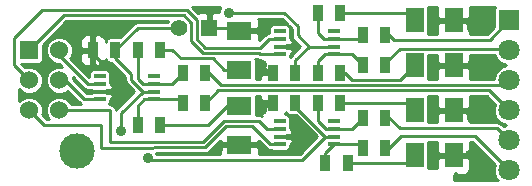
<source format=gtl>
G04 (created by PCBNEW (2013-07-07 BZR 4022)-stable) date 27/01/2014 14:30:20*
%MOIN*%
G04 Gerber Fmt 3.4, Leading zero omitted, Abs format*
%FSLAX34Y34*%
G01*
G70*
G90*
G04 APERTURE LIST*
%ADD10C,0.00590551*%
%ADD11R,0.08X0.06*%
%ADD12R,0.06X0.08*%
%ADD13R,0.035X0.055*%
%ADD14R,0.0708661X0.0708661*%
%ADD15C,0.0708661*%
%ADD16R,0.055X0.055*%
%ADD17C,0.055*%
%ADD18R,0.06X0.06*%
%ADD19C,0.06*%
%ADD20R,0.0402X0.0161*%
%ADD21C,0.11811*%
%ADD22C,0.035*%
%ADD23C,0.01*%
G04 APERTURE END LIST*
G54D10*
G54D11*
X77000Y-62850D03*
X77000Y-64150D03*
G54D12*
X82850Y-63000D03*
X84150Y-63000D03*
X82850Y-61500D03*
X84150Y-61500D03*
X82850Y-60000D03*
X84150Y-60000D03*
X82850Y-64500D03*
X84150Y-64500D03*
G54D11*
X77000Y-61650D03*
X77000Y-60350D03*
G54D13*
X74375Y-63500D03*
X73625Y-63500D03*
X75875Y-62750D03*
X75125Y-62750D03*
X80375Y-62750D03*
X79625Y-62750D03*
X80375Y-61750D03*
X79625Y-61750D03*
X81875Y-61500D03*
X81125Y-61500D03*
X78125Y-62750D03*
X78875Y-62750D03*
X81875Y-60500D03*
X81125Y-60500D03*
X80375Y-59750D03*
X79625Y-59750D03*
X75875Y-61750D03*
X75125Y-61750D03*
X74375Y-61000D03*
X73625Y-61000D03*
X78125Y-61750D03*
X78875Y-61750D03*
X81875Y-63250D03*
X81125Y-63250D03*
X72125Y-61000D03*
X72875Y-61000D03*
X81875Y-64250D03*
X81125Y-64250D03*
X80625Y-64750D03*
X79875Y-64750D03*
G54D14*
X86000Y-60000D03*
G54D15*
X86000Y-61000D03*
X86000Y-62000D03*
X86000Y-63000D03*
X86000Y-64000D03*
X86000Y-65000D03*
G54D16*
X76000Y-60250D03*
G54D17*
X75000Y-60250D03*
G54D18*
X70000Y-61000D03*
G54D19*
X71000Y-61000D03*
X70000Y-62000D03*
X71000Y-62000D03*
X70000Y-63000D03*
X71000Y-63000D03*
G54D20*
X78344Y-63366D03*
X78344Y-63622D03*
X78344Y-63878D03*
X78344Y-64134D03*
X80156Y-64134D03*
X80156Y-63878D03*
X80156Y-63622D03*
X80156Y-63366D03*
X72344Y-61866D03*
X72344Y-62122D03*
X72344Y-62378D03*
X72344Y-62634D03*
X74156Y-62634D03*
X74156Y-62378D03*
X74156Y-62122D03*
X74156Y-61866D03*
X78344Y-60366D03*
X78344Y-60622D03*
X78344Y-60878D03*
X78344Y-61134D03*
X80156Y-61134D03*
X80156Y-60878D03*
X80156Y-60622D03*
X80156Y-60366D03*
G54D21*
X71600Y-64350D03*
G54D22*
X73950Y-64600D03*
X73050Y-63700D03*
X76650Y-59750D03*
X72500Y-61500D03*
X77750Y-63000D03*
X77750Y-61500D03*
X84750Y-63250D03*
X84750Y-60250D03*
X84700Y-64500D03*
X84750Y-61500D03*
X78850Y-60900D03*
X78850Y-63850D03*
X72850Y-62400D03*
X76300Y-64300D03*
G54D23*
X81875Y-60500D02*
X82000Y-60500D01*
X85350Y-60650D02*
X86000Y-60000D01*
X82150Y-60650D02*
X85350Y-60650D01*
X82000Y-60500D02*
X82150Y-60650D01*
X81875Y-61500D02*
X81875Y-61425D01*
X85950Y-60950D02*
X86000Y-61000D01*
X82350Y-60950D02*
X85950Y-60950D01*
X81875Y-61425D02*
X82350Y-60950D01*
X75875Y-61750D02*
X76000Y-61750D01*
X85840Y-62160D02*
X86000Y-62000D01*
X76410Y-62160D02*
X85840Y-62160D01*
X76000Y-61750D02*
X76410Y-62160D01*
X75875Y-62750D02*
X75900Y-62750D01*
X85340Y-62340D02*
X86000Y-63000D01*
X76309Y-62340D02*
X85340Y-62340D01*
X75900Y-62750D02*
X76309Y-62340D01*
X81875Y-63250D02*
X82000Y-63250D01*
X85600Y-63600D02*
X86000Y-64000D01*
X82350Y-63600D02*
X85600Y-63600D01*
X82000Y-63250D02*
X82350Y-63600D01*
X81875Y-64250D02*
X82000Y-64250D01*
X84850Y-63850D02*
X86000Y-65000D01*
X82400Y-63850D02*
X84850Y-63850D01*
X82000Y-64250D02*
X82400Y-63850D01*
X78344Y-61134D02*
X77709Y-61134D01*
X71160Y-59840D02*
X70000Y-61000D01*
X75170Y-59840D02*
X71160Y-59840D01*
X75410Y-60080D02*
X75170Y-59840D01*
X75410Y-60710D02*
X75410Y-60080D01*
X75794Y-61094D02*
X75410Y-60710D01*
X77670Y-61094D02*
X75794Y-61094D01*
X77709Y-61134D02*
X77670Y-61094D01*
X72344Y-62122D02*
X71947Y-62122D01*
X71000Y-61175D02*
X71000Y-61000D01*
X71947Y-62122D02*
X71000Y-61175D01*
X78344Y-60622D02*
X77988Y-60622D01*
X69500Y-61500D02*
X70000Y-62000D01*
X69500Y-60600D02*
X69500Y-61500D01*
X70440Y-59659D02*
X69500Y-60600D01*
X75244Y-59659D02*
X70440Y-59659D01*
X75590Y-60005D02*
X75244Y-59659D01*
X75590Y-60635D02*
X75590Y-60005D01*
X75869Y-60914D02*
X75590Y-60635D01*
X77695Y-60914D02*
X75869Y-60914D01*
X77988Y-60622D02*
X77695Y-60914D01*
X72344Y-62634D02*
X71834Y-62634D01*
X71200Y-62000D02*
X71000Y-62000D01*
X71834Y-62634D02*
X71200Y-62000D01*
X78344Y-64134D02*
X78034Y-64134D01*
X72400Y-64250D02*
X72400Y-63500D01*
X72400Y-63500D02*
X70500Y-63500D01*
X70500Y-63500D02*
X70000Y-63000D01*
X75874Y-64230D02*
X72400Y-64250D01*
X76574Y-63530D02*
X75874Y-64230D01*
X77430Y-63530D02*
X76574Y-63530D01*
X78034Y-64134D02*
X77430Y-63530D01*
X78344Y-63622D02*
X77922Y-63622D01*
X72700Y-64050D02*
X72700Y-63000D01*
X72700Y-63000D02*
X71000Y-63000D01*
X75800Y-64050D02*
X72700Y-64050D01*
X76500Y-63350D02*
X75800Y-64050D01*
X77650Y-63350D02*
X76500Y-63350D01*
X77922Y-63622D02*
X77650Y-63350D01*
X74156Y-62378D02*
X73778Y-62378D01*
X73778Y-62378D02*
X73050Y-63106D01*
X79100Y-64650D02*
X79872Y-63878D01*
X74000Y-64650D02*
X79100Y-64650D01*
X73950Y-64600D02*
X74000Y-64650D01*
X73050Y-63106D02*
X73050Y-63700D01*
X79872Y-63878D02*
X80156Y-63878D01*
X80156Y-60878D02*
X79322Y-60878D01*
X79322Y-60878D02*
X78950Y-60506D01*
X78500Y-59750D02*
X76650Y-59750D01*
X78950Y-60200D02*
X78500Y-59750D01*
X78950Y-60506D02*
X78950Y-60200D01*
X78875Y-61750D02*
X78875Y-61325D01*
X78875Y-61325D02*
X79322Y-60878D01*
X80156Y-63878D02*
X79872Y-63878D01*
X79872Y-63878D02*
X78875Y-62881D01*
X78875Y-62881D02*
X78875Y-62750D01*
X72875Y-61000D02*
X72875Y-61275D01*
X73400Y-62000D02*
X73778Y-62378D01*
X73400Y-61800D02*
X73400Y-62000D01*
X72875Y-61275D02*
X73400Y-61800D01*
X75000Y-60250D02*
X73625Y-60250D01*
X73625Y-60250D02*
X72875Y-61000D01*
X72125Y-61000D02*
X72125Y-61125D01*
X72125Y-61125D02*
X72500Y-61500D01*
X78125Y-62750D02*
X78000Y-62750D01*
X78000Y-62750D02*
X77750Y-63000D01*
X78125Y-61750D02*
X78000Y-61750D01*
X78000Y-61750D02*
X77750Y-61500D01*
X84150Y-63000D02*
X84500Y-63000D01*
X84500Y-63000D02*
X84750Y-63250D01*
X84150Y-60000D02*
X84500Y-60000D01*
X84500Y-60000D02*
X84750Y-60250D01*
X76000Y-60250D02*
X76900Y-60250D01*
X76900Y-60250D02*
X77000Y-60350D01*
X84150Y-64500D02*
X84700Y-64500D01*
X84150Y-61500D02*
X84750Y-61500D01*
X78344Y-60878D02*
X78828Y-60878D01*
X78828Y-60878D02*
X78850Y-60900D01*
X78344Y-63878D02*
X78822Y-63878D01*
X78822Y-63878D02*
X78850Y-63850D01*
X72344Y-62378D02*
X72828Y-62378D01*
X72828Y-62378D02*
X72850Y-62400D01*
X77000Y-64150D02*
X76450Y-64150D01*
X76450Y-64150D02*
X76300Y-64300D01*
X80156Y-61134D02*
X80759Y-61134D01*
X80759Y-61134D02*
X81125Y-61500D01*
X80156Y-61134D02*
X79866Y-61134D01*
X79625Y-61375D02*
X79625Y-61750D01*
X79866Y-61134D02*
X79625Y-61375D01*
X74156Y-62634D02*
X73841Y-62634D01*
X73625Y-62850D02*
X73625Y-63500D01*
X73841Y-62634D02*
X73625Y-62850D01*
X74156Y-62634D02*
X75009Y-62634D01*
X75009Y-62634D02*
X75125Y-62750D01*
X74375Y-61000D02*
X74775Y-61000D01*
X76500Y-61650D02*
X77000Y-61650D01*
X76125Y-61275D02*
X76500Y-61650D01*
X75050Y-61275D02*
X76125Y-61275D01*
X74775Y-61000D02*
X75050Y-61275D01*
X73625Y-61000D02*
X73625Y-61950D01*
X73797Y-62122D02*
X74156Y-62122D01*
X73625Y-61950D02*
X73797Y-62122D01*
X74156Y-62122D02*
X74753Y-62122D01*
X74753Y-62122D02*
X75125Y-61750D01*
X80375Y-59750D02*
X82600Y-59750D01*
X82600Y-59750D02*
X82850Y-60000D01*
X80156Y-60622D02*
X79822Y-60622D01*
X79625Y-60425D02*
X79625Y-59750D01*
X79822Y-60622D02*
X79625Y-60425D01*
X80156Y-60622D02*
X81003Y-60622D01*
X81003Y-60622D02*
X81125Y-60500D01*
X74375Y-63500D02*
X75950Y-63500D01*
X76600Y-62850D02*
X77000Y-62850D01*
X75950Y-63500D02*
X76600Y-62850D01*
X80625Y-64750D02*
X82600Y-64750D01*
X82600Y-64750D02*
X82850Y-64500D01*
X80156Y-63622D02*
X80753Y-63622D01*
X80753Y-63622D02*
X81125Y-63250D01*
X80156Y-63622D02*
X79897Y-63622D01*
X79625Y-63350D02*
X79625Y-62750D01*
X79897Y-63622D02*
X79625Y-63350D01*
X80156Y-64134D02*
X81009Y-64134D01*
X81009Y-64134D02*
X81125Y-64250D01*
X79875Y-64750D02*
X79875Y-64415D01*
X79875Y-64415D02*
X80156Y-64134D01*
X80375Y-62750D02*
X82600Y-62750D01*
X82600Y-62750D02*
X82850Y-63000D01*
X80375Y-61750D02*
X80520Y-61750D01*
X82370Y-61979D02*
X82850Y-61500D01*
X80750Y-61979D02*
X82370Y-61979D01*
X80520Y-61750D02*
X80750Y-61979D01*
G54D10*
G36*
X74627Y-60040D02*
X74622Y-60050D01*
X73625Y-60050D01*
X73548Y-60065D01*
X73526Y-60079D01*
X73483Y-60108D01*
X73017Y-60574D01*
X72670Y-60574D01*
X72615Y-60597D01*
X72572Y-60639D01*
X72550Y-60695D01*
X72549Y-60724D01*
X72549Y-60675D01*
X72511Y-60583D01*
X72441Y-60512D01*
X72349Y-60474D01*
X72237Y-60475D01*
X72175Y-60537D01*
X72175Y-60950D01*
X72182Y-60950D01*
X72182Y-61050D01*
X72175Y-61050D01*
X72175Y-61462D01*
X72237Y-61525D01*
X72349Y-61525D01*
X72441Y-61487D01*
X72511Y-61416D01*
X72549Y-61324D01*
X72549Y-61304D01*
X72549Y-61304D01*
X72572Y-61359D01*
X72614Y-61402D01*
X72670Y-61424D01*
X72729Y-61425D01*
X72742Y-61425D01*
X73200Y-61882D01*
X73200Y-62000D01*
X73215Y-62076D01*
X73258Y-62141D01*
X73495Y-62377D01*
X72908Y-62964D01*
X72896Y-62982D01*
X72884Y-62923D01*
X72841Y-62858D01*
X72776Y-62815D01*
X72700Y-62800D01*
X72671Y-62800D01*
X72672Y-62799D01*
X72694Y-62744D01*
X72695Y-62684D01*
X72695Y-62662D01*
X72757Y-62599D01*
X72795Y-62508D01*
X72795Y-62480D01*
X72732Y-62418D01*
X72610Y-62418D01*
X72574Y-62403D01*
X72515Y-62403D01*
X72113Y-62403D01*
X72077Y-62418D01*
X71955Y-62418D01*
X71939Y-62434D01*
X71916Y-62434D01*
X71450Y-61967D01*
X71450Y-61910D01*
X71447Y-61905D01*
X71805Y-62263D01*
X71870Y-62306D01*
X71937Y-62320D01*
X71955Y-62337D01*
X72077Y-62337D01*
X72113Y-62352D01*
X72172Y-62352D01*
X72574Y-62352D01*
X72610Y-62337D01*
X72732Y-62337D01*
X72795Y-62275D01*
X72795Y-62247D01*
X72757Y-62156D01*
X72695Y-62093D01*
X72695Y-62011D01*
X72687Y-61994D01*
X72694Y-61976D01*
X72695Y-61916D01*
X72695Y-61755D01*
X72672Y-61700D01*
X72630Y-61658D01*
X72574Y-61635D01*
X72515Y-61635D01*
X72113Y-61635D01*
X72075Y-61651D01*
X72075Y-61462D01*
X72075Y-61050D01*
X72075Y-60950D01*
X72075Y-60537D01*
X72012Y-60475D01*
X71900Y-60474D01*
X71808Y-60512D01*
X71738Y-60583D01*
X71700Y-60675D01*
X71699Y-60774D01*
X71700Y-60887D01*
X71762Y-60950D01*
X72075Y-60950D01*
X72075Y-61050D01*
X71762Y-61050D01*
X71700Y-61112D01*
X71699Y-61225D01*
X71700Y-61324D01*
X71738Y-61416D01*
X71808Y-61487D01*
X71900Y-61525D01*
X72012Y-61525D01*
X72075Y-61462D01*
X72075Y-61651D01*
X72058Y-61658D01*
X72015Y-61700D01*
X71993Y-61755D01*
X71992Y-61815D01*
X71992Y-61885D01*
X71372Y-61264D01*
X71381Y-61255D01*
X71449Y-61089D01*
X71450Y-60910D01*
X71381Y-60745D01*
X71255Y-60618D01*
X71089Y-60550D01*
X70910Y-60549D01*
X70745Y-60618D01*
X70618Y-60744D01*
X70550Y-60910D01*
X70549Y-61089D01*
X70618Y-61254D01*
X70744Y-61381D01*
X70910Y-61449D01*
X70992Y-61449D01*
X71093Y-61551D01*
X71089Y-61550D01*
X70910Y-61549D01*
X70745Y-61618D01*
X70618Y-61744D01*
X70550Y-61910D01*
X70549Y-62089D01*
X70618Y-62254D01*
X70744Y-62381D01*
X70910Y-62449D01*
X71089Y-62450D01*
X71254Y-62381D01*
X71276Y-62359D01*
X71692Y-62775D01*
X71692Y-62775D01*
X71729Y-62800D01*
X71404Y-62800D01*
X71381Y-62745D01*
X71255Y-62618D01*
X71089Y-62550D01*
X70910Y-62549D01*
X70745Y-62618D01*
X70618Y-62744D01*
X70550Y-62910D01*
X70549Y-63089D01*
X70618Y-63254D01*
X70663Y-63300D01*
X70582Y-63300D01*
X70427Y-63144D01*
X70449Y-63089D01*
X70450Y-62910D01*
X70381Y-62745D01*
X70255Y-62618D01*
X70089Y-62550D01*
X69910Y-62549D01*
X69745Y-62618D01*
X69669Y-62693D01*
X69669Y-62306D01*
X69744Y-62381D01*
X69910Y-62449D01*
X70089Y-62450D01*
X70254Y-62381D01*
X70381Y-62255D01*
X70449Y-62089D01*
X70450Y-61910D01*
X70381Y-61745D01*
X70255Y-61618D01*
X70089Y-61550D01*
X69910Y-61549D01*
X69855Y-61572D01*
X69732Y-61450D01*
X70329Y-61450D01*
X70384Y-61427D01*
X70427Y-61385D01*
X70449Y-61329D01*
X70450Y-61270D01*
X70450Y-60832D01*
X71242Y-60040D01*
X74627Y-60040D01*
X74627Y-60040D01*
G37*
G54D23*
X74627Y-60040D02*
X74622Y-60050D01*
X73625Y-60050D01*
X73548Y-60065D01*
X73526Y-60079D01*
X73483Y-60108D01*
X73017Y-60574D01*
X72670Y-60574D01*
X72615Y-60597D01*
X72572Y-60639D01*
X72550Y-60695D01*
X72549Y-60724D01*
X72549Y-60675D01*
X72511Y-60583D01*
X72441Y-60512D01*
X72349Y-60474D01*
X72237Y-60475D01*
X72175Y-60537D01*
X72175Y-60950D01*
X72182Y-60950D01*
X72182Y-61050D01*
X72175Y-61050D01*
X72175Y-61462D01*
X72237Y-61525D01*
X72349Y-61525D01*
X72441Y-61487D01*
X72511Y-61416D01*
X72549Y-61324D01*
X72549Y-61304D01*
X72549Y-61304D01*
X72572Y-61359D01*
X72614Y-61402D01*
X72670Y-61424D01*
X72729Y-61425D01*
X72742Y-61425D01*
X73200Y-61882D01*
X73200Y-62000D01*
X73215Y-62076D01*
X73258Y-62141D01*
X73495Y-62377D01*
X72908Y-62964D01*
X72896Y-62982D01*
X72884Y-62923D01*
X72841Y-62858D01*
X72776Y-62815D01*
X72700Y-62800D01*
X72671Y-62800D01*
X72672Y-62799D01*
X72694Y-62744D01*
X72695Y-62684D01*
X72695Y-62662D01*
X72757Y-62599D01*
X72795Y-62508D01*
X72795Y-62480D01*
X72732Y-62418D01*
X72610Y-62418D01*
X72574Y-62403D01*
X72515Y-62403D01*
X72113Y-62403D01*
X72077Y-62418D01*
X71955Y-62418D01*
X71939Y-62434D01*
X71916Y-62434D01*
X71450Y-61967D01*
X71450Y-61910D01*
X71447Y-61905D01*
X71805Y-62263D01*
X71870Y-62306D01*
X71937Y-62320D01*
X71955Y-62337D01*
X72077Y-62337D01*
X72113Y-62352D01*
X72172Y-62352D01*
X72574Y-62352D01*
X72610Y-62337D01*
X72732Y-62337D01*
X72795Y-62275D01*
X72795Y-62247D01*
X72757Y-62156D01*
X72695Y-62093D01*
X72695Y-62011D01*
X72687Y-61994D01*
X72694Y-61976D01*
X72695Y-61916D01*
X72695Y-61755D01*
X72672Y-61700D01*
X72630Y-61658D01*
X72574Y-61635D01*
X72515Y-61635D01*
X72113Y-61635D01*
X72075Y-61651D01*
X72075Y-61462D01*
X72075Y-61050D01*
X72075Y-60950D01*
X72075Y-60537D01*
X72012Y-60475D01*
X71900Y-60474D01*
X71808Y-60512D01*
X71738Y-60583D01*
X71700Y-60675D01*
X71699Y-60774D01*
X71700Y-60887D01*
X71762Y-60950D01*
X72075Y-60950D01*
X72075Y-61050D01*
X71762Y-61050D01*
X71700Y-61112D01*
X71699Y-61225D01*
X71700Y-61324D01*
X71738Y-61416D01*
X71808Y-61487D01*
X71900Y-61525D01*
X72012Y-61525D01*
X72075Y-61462D01*
X72075Y-61651D01*
X72058Y-61658D01*
X72015Y-61700D01*
X71993Y-61755D01*
X71992Y-61815D01*
X71992Y-61885D01*
X71372Y-61264D01*
X71381Y-61255D01*
X71449Y-61089D01*
X71450Y-60910D01*
X71381Y-60745D01*
X71255Y-60618D01*
X71089Y-60550D01*
X70910Y-60549D01*
X70745Y-60618D01*
X70618Y-60744D01*
X70550Y-60910D01*
X70549Y-61089D01*
X70618Y-61254D01*
X70744Y-61381D01*
X70910Y-61449D01*
X70992Y-61449D01*
X71093Y-61551D01*
X71089Y-61550D01*
X70910Y-61549D01*
X70745Y-61618D01*
X70618Y-61744D01*
X70550Y-61910D01*
X70549Y-62089D01*
X70618Y-62254D01*
X70744Y-62381D01*
X70910Y-62449D01*
X71089Y-62450D01*
X71254Y-62381D01*
X71276Y-62359D01*
X71692Y-62775D01*
X71692Y-62775D01*
X71729Y-62800D01*
X71404Y-62800D01*
X71381Y-62745D01*
X71255Y-62618D01*
X71089Y-62550D01*
X70910Y-62549D01*
X70745Y-62618D01*
X70618Y-62744D01*
X70550Y-62910D01*
X70549Y-63089D01*
X70618Y-63254D01*
X70663Y-63300D01*
X70582Y-63300D01*
X70427Y-63144D01*
X70449Y-63089D01*
X70450Y-62910D01*
X70381Y-62745D01*
X70255Y-62618D01*
X70089Y-62550D01*
X69910Y-62549D01*
X69745Y-62618D01*
X69669Y-62693D01*
X69669Y-62306D01*
X69744Y-62381D01*
X69910Y-62449D01*
X70089Y-62450D01*
X70254Y-62381D01*
X70381Y-62255D01*
X70449Y-62089D01*
X70450Y-61910D01*
X70381Y-61745D01*
X70255Y-61618D01*
X70089Y-61550D01*
X69910Y-61549D01*
X69855Y-61572D01*
X69732Y-61450D01*
X70329Y-61450D01*
X70384Y-61427D01*
X70427Y-61385D01*
X70449Y-61329D01*
X70450Y-61270D01*
X70450Y-60832D01*
X71242Y-60040D01*
X74627Y-60040D01*
G54D10*
G36*
X76372Y-59569D02*
X76325Y-59685D01*
X76325Y-59725D01*
X76324Y-59724D01*
X76112Y-59725D01*
X76050Y-59787D01*
X76050Y-60200D01*
X76057Y-60200D01*
X76057Y-60300D01*
X76050Y-60300D01*
X76050Y-60307D01*
X75950Y-60307D01*
X75950Y-60300D01*
X75942Y-60300D01*
X75942Y-60200D01*
X75950Y-60200D01*
X75950Y-59787D01*
X75887Y-59725D01*
X75675Y-59724D01*
X75616Y-59749D01*
X75437Y-59569D01*
X76372Y-59569D01*
X76372Y-59569D01*
G37*
G54D23*
X76372Y-59569D02*
X76325Y-59685D01*
X76325Y-59725D01*
X76324Y-59724D01*
X76112Y-59725D01*
X76050Y-59787D01*
X76050Y-60200D01*
X76057Y-60200D01*
X76057Y-60300D01*
X76050Y-60300D01*
X76050Y-60307D01*
X75950Y-60307D01*
X75950Y-60300D01*
X75942Y-60300D01*
X75942Y-60200D01*
X75950Y-60200D01*
X75950Y-59787D01*
X75887Y-59725D01*
X75675Y-59724D01*
X75616Y-59749D01*
X75437Y-59569D01*
X76372Y-59569D01*
G54D10*
G36*
X78182Y-61800D02*
X78175Y-61800D01*
X78175Y-61807D01*
X78075Y-61807D01*
X78075Y-61800D01*
X77762Y-61800D01*
X77700Y-61862D01*
X77699Y-61960D01*
X77549Y-61960D01*
X77550Y-61920D01*
X77550Y-61320D01*
X77539Y-61294D01*
X77596Y-61294D01*
X77610Y-61304D01*
X77632Y-61318D01*
X77632Y-61318D01*
X77709Y-61333D01*
X77709Y-61334D01*
X77737Y-61334D01*
X77700Y-61425D01*
X77699Y-61524D01*
X77700Y-61637D01*
X77762Y-61700D01*
X78075Y-61700D01*
X78075Y-61692D01*
X78175Y-61692D01*
X78175Y-61700D01*
X78182Y-61700D01*
X78182Y-61800D01*
X78182Y-61800D01*
G37*
G54D23*
X78182Y-61800D02*
X78175Y-61800D01*
X78175Y-61807D01*
X78075Y-61807D01*
X78075Y-61800D01*
X77762Y-61800D01*
X77700Y-61862D01*
X77699Y-61960D01*
X77549Y-61960D01*
X77550Y-61920D01*
X77550Y-61320D01*
X77539Y-61294D01*
X77596Y-61294D01*
X77610Y-61304D01*
X77632Y-61318D01*
X77632Y-61318D01*
X77709Y-61333D01*
X77709Y-61334D01*
X77737Y-61334D01*
X77700Y-61425D01*
X77699Y-61524D01*
X77700Y-61637D01*
X77762Y-61700D01*
X78075Y-61700D01*
X78075Y-61692D01*
X78175Y-61692D01*
X78175Y-61700D01*
X78182Y-61700D01*
X78182Y-61800D01*
G54D10*
G36*
X78182Y-62800D02*
X78175Y-62800D01*
X78175Y-62807D01*
X78075Y-62807D01*
X78075Y-62800D01*
X77762Y-62800D01*
X77700Y-62862D01*
X77699Y-62975D01*
X77700Y-63074D01*
X77738Y-63166D01*
X77756Y-63185D01*
X77726Y-63165D01*
X77650Y-63150D01*
X77550Y-63150D01*
X77550Y-63120D01*
X77550Y-62540D01*
X77699Y-62540D01*
X77700Y-62637D01*
X77762Y-62700D01*
X78075Y-62700D01*
X78075Y-62692D01*
X78175Y-62692D01*
X78175Y-62700D01*
X78182Y-62700D01*
X78182Y-62800D01*
X78182Y-62800D01*
G37*
G54D23*
X78182Y-62800D02*
X78175Y-62800D01*
X78175Y-62807D01*
X78075Y-62807D01*
X78075Y-62800D01*
X77762Y-62800D01*
X77700Y-62862D01*
X77699Y-62975D01*
X77700Y-63074D01*
X77738Y-63166D01*
X77756Y-63185D01*
X77726Y-63165D01*
X77650Y-63150D01*
X77550Y-63150D01*
X77550Y-63120D01*
X77550Y-62540D01*
X77699Y-62540D01*
X77700Y-62637D01*
X77762Y-62700D01*
X78075Y-62700D01*
X78075Y-62692D01*
X78175Y-62692D01*
X78175Y-62700D01*
X78182Y-62700D01*
X78182Y-62800D01*
G54D10*
G36*
X78622Y-60155D02*
X78574Y-60135D01*
X78515Y-60135D01*
X78113Y-60135D01*
X78058Y-60158D01*
X78015Y-60200D01*
X77993Y-60255D01*
X77992Y-60315D01*
X77992Y-60422D01*
X77988Y-60422D01*
X77924Y-60434D01*
X77911Y-60437D01*
X77846Y-60480D01*
X77650Y-60677D01*
X77650Y-60462D01*
X77587Y-60400D01*
X77050Y-60400D01*
X77050Y-60407D01*
X76950Y-60407D01*
X76950Y-60400D01*
X76942Y-60400D01*
X76942Y-60300D01*
X76950Y-60300D01*
X76950Y-60292D01*
X77050Y-60292D01*
X77050Y-60300D01*
X77587Y-60300D01*
X77650Y-60237D01*
X77650Y-60000D01*
X77629Y-59950D01*
X78417Y-59950D01*
X78622Y-60155D01*
X78622Y-60155D01*
G37*
G54D23*
X78622Y-60155D02*
X78574Y-60135D01*
X78515Y-60135D01*
X78113Y-60135D01*
X78058Y-60158D01*
X78015Y-60200D01*
X77993Y-60255D01*
X77992Y-60315D01*
X77992Y-60422D01*
X77988Y-60422D01*
X77924Y-60434D01*
X77911Y-60437D01*
X77846Y-60480D01*
X77650Y-60677D01*
X77650Y-60462D01*
X77587Y-60400D01*
X77050Y-60400D01*
X77050Y-60407D01*
X76950Y-60407D01*
X76950Y-60400D01*
X76942Y-60400D01*
X76942Y-60300D01*
X76950Y-60300D01*
X76950Y-60292D01*
X77050Y-60292D01*
X77050Y-60300D01*
X77587Y-60300D01*
X77650Y-60237D01*
X77650Y-60000D01*
X77629Y-59950D01*
X78417Y-59950D01*
X78622Y-60155D01*
G54D10*
G36*
X79039Y-60877D02*
X78733Y-61183D01*
X78694Y-61241D01*
X78695Y-61184D01*
X78695Y-61162D01*
X78757Y-61099D01*
X78795Y-61008D01*
X78795Y-60980D01*
X78732Y-60918D01*
X78610Y-60918D01*
X78574Y-60903D01*
X78515Y-60903D01*
X78286Y-60903D01*
X78286Y-60852D01*
X78574Y-60852D01*
X78610Y-60837D01*
X78732Y-60837D01*
X78795Y-60775D01*
X78795Y-60747D01*
X78757Y-60656D01*
X78695Y-60593D01*
X78695Y-60511D01*
X78687Y-60494D01*
X78694Y-60476D01*
X78695Y-60416D01*
X78695Y-60255D01*
X78675Y-60208D01*
X78750Y-60282D01*
X78750Y-60506D01*
X78765Y-60582D01*
X78808Y-60647D01*
X79039Y-60877D01*
X79039Y-60877D01*
G37*
G54D23*
X79039Y-60877D02*
X78733Y-61183D01*
X78694Y-61241D01*
X78695Y-61184D01*
X78695Y-61162D01*
X78757Y-61099D01*
X78795Y-61008D01*
X78795Y-60980D01*
X78732Y-60918D01*
X78610Y-60918D01*
X78574Y-60903D01*
X78515Y-60903D01*
X78286Y-60903D01*
X78286Y-60852D01*
X78574Y-60852D01*
X78610Y-60837D01*
X78732Y-60837D01*
X78795Y-60775D01*
X78795Y-60747D01*
X78757Y-60656D01*
X78695Y-60593D01*
X78695Y-60511D01*
X78687Y-60494D01*
X78694Y-60476D01*
X78695Y-60416D01*
X78695Y-60255D01*
X78675Y-60208D01*
X78750Y-60282D01*
X78750Y-60506D01*
X78765Y-60582D01*
X78808Y-60647D01*
X79039Y-60877D01*
G54D10*
G36*
X79589Y-63877D02*
X79017Y-64450D01*
X77650Y-64450D01*
X77650Y-64262D01*
X77587Y-64200D01*
X77050Y-64200D01*
X77050Y-64207D01*
X76950Y-64207D01*
X76950Y-64200D01*
X76412Y-64200D01*
X76350Y-64262D01*
X76349Y-64450D01*
X74239Y-64450D01*
X74235Y-64440D01*
X75875Y-64431D01*
X75952Y-64416D01*
X76016Y-64372D01*
X76020Y-64367D01*
X76349Y-64037D01*
X76350Y-64037D01*
X76412Y-64100D01*
X76950Y-64100D01*
X76950Y-64092D01*
X77050Y-64092D01*
X77050Y-64100D01*
X77587Y-64100D01*
X77650Y-64037D01*
X77650Y-64032D01*
X77892Y-64275D01*
X77957Y-64318D01*
X78034Y-64334D01*
X78050Y-64334D01*
X78057Y-64341D01*
X78113Y-64364D01*
X78172Y-64364D01*
X78574Y-64364D01*
X78629Y-64341D01*
X78672Y-64299D01*
X78694Y-64244D01*
X78695Y-64184D01*
X78695Y-64162D01*
X78757Y-64099D01*
X78795Y-64008D01*
X78795Y-63980D01*
X78732Y-63918D01*
X78610Y-63918D01*
X78574Y-63903D01*
X78515Y-63903D01*
X78286Y-63903D01*
X78286Y-63852D01*
X78574Y-63852D01*
X78610Y-63837D01*
X78732Y-63837D01*
X78795Y-63775D01*
X78795Y-63747D01*
X78757Y-63656D01*
X78695Y-63593D01*
X78695Y-63511D01*
X78687Y-63494D01*
X78694Y-63476D01*
X78695Y-63416D01*
X78695Y-63255D01*
X78672Y-63200D01*
X78630Y-63158D01*
X78574Y-63135D01*
X78524Y-63135D01*
X78549Y-63074D01*
X78549Y-63054D01*
X78549Y-63054D01*
X78572Y-63109D01*
X78614Y-63152D01*
X78670Y-63174D01*
X78729Y-63175D01*
X78886Y-63175D01*
X79589Y-63877D01*
X79589Y-63877D01*
G37*
G54D23*
X79589Y-63877D02*
X79017Y-64450D01*
X77650Y-64450D01*
X77650Y-64262D01*
X77587Y-64200D01*
X77050Y-64200D01*
X77050Y-64207D01*
X76950Y-64207D01*
X76950Y-64200D01*
X76412Y-64200D01*
X76350Y-64262D01*
X76349Y-64450D01*
X74239Y-64450D01*
X74235Y-64440D01*
X75875Y-64431D01*
X75952Y-64416D01*
X76016Y-64372D01*
X76020Y-64367D01*
X76349Y-64037D01*
X76350Y-64037D01*
X76412Y-64100D01*
X76950Y-64100D01*
X76950Y-64092D01*
X77050Y-64092D01*
X77050Y-64100D01*
X77587Y-64100D01*
X77650Y-64037D01*
X77650Y-64032D01*
X77892Y-64275D01*
X77957Y-64318D01*
X78034Y-64334D01*
X78050Y-64334D01*
X78057Y-64341D01*
X78113Y-64364D01*
X78172Y-64364D01*
X78574Y-64364D01*
X78629Y-64341D01*
X78672Y-64299D01*
X78694Y-64244D01*
X78695Y-64184D01*
X78695Y-64162D01*
X78757Y-64099D01*
X78795Y-64008D01*
X78795Y-63980D01*
X78732Y-63918D01*
X78610Y-63918D01*
X78574Y-63903D01*
X78515Y-63903D01*
X78286Y-63903D01*
X78286Y-63852D01*
X78574Y-63852D01*
X78610Y-63837D01*
X78732Y-63837D01*
X78795Y-63775D01*
X78795Y-63747D01*
X78757Y-63656D01*
X78695Y-63593D01*
X78695Y-63511D01*
X78687Y-63494D01*
X78694Y-63476D01*
X78695Y-63416D01*
X78695Y-63255D01*
X78672Y-63200D01*
X78630Y-63158D01*
X78574Y-63135D01*
X78524Y-63135D01*
X78549Y-63074D01*
X78549Y-63054D01*
X78549Y-63054D01*
X78572Y-63109D01*
X78614Y-63152D01*
X78670Y-63174D01*
X78729Y-63175D01*
X78886Y-63175D01*
X79589Y-63877D01*
G54D10*
G36*
X85514Y-59569D02*
X85495Y-59615D01*
X85495Y-59675D01*
X85495Y-60221D01*
X85267Y-60450D01*
X84699Y-60450D01*
X84699Y-60449D01*
X84700Y-60350D01*
X84700Y-60112D01*
X84637Y-60050D01*
X84200Y-60050D01*
X84200Y-60057D01*
X84100Y-60057D01*
X84100Y-60050D01*
X83662Y-60050D01*
X83600Y-60112D01*
X83599Y-60350D01*
X83600Y-60449D01*
X83600Y-60450D01*
X83291Y-60450D01*
X83299Y-60429D01*
X83300Y-60370D01*
X83300Y-59570D01*
X83299Y-59569D01*
X83600Y-59569D01*
X83599Y-59649D01*
X83600Y-59887D01*
X83662Y-59950D01*
X84100Y-59950D01*
X84100Y-59942D01*
X84200Y-59942D01*
X84200Y-59950D01*
X84637Y-59950D01*
X84700Y-59887D01*
X84700Y-59649D01*
X84699Y-59569D01*
X85514Y-59569D01*
X85514Y-59569D01*
G37*
G54D23*
X85514Y-59569D02*
X85495Y-59615D01*
X85495Y-59675D01*
X85495Y-60221D01*
X85267Y-60450D01*
X84699Y-60450D01*
X84699Y-60449D01*
X84700Y-60350D01*
X84700Y-60112D01*
X84637Y-60050D01*
X84200Y-60050D01*
X84200Y-60057D01*
X84100Y-60057D01*
X84100Y-60050D01*
X83662Y-60050D01*
X83600Y-60112D01*
X83599Y-60350D01*
X83600Y-60449D01*
X83600Y-60450D01*
X83291Y-60450D01*
X83299Y-60429D01*
X83300Y-60370D01*
X83300Y-59570D01*
X83299Y-59569D01*
X83600Y-59569D01*
X83599Y-59649D01*
X83600Y-59887D01*
X83662Y-59950D01*
X84100Y-59950D01*
X84100Y-59942D01*
X84200Y-59942D01*
X84200Y-59950D01*
X84637Y-59950D01*
X84700Y-59887D01*
X84700Y-59649D01*
X84699Y-59569D01*
X85514Y-59569D01*
G54D10*
G36*
X85617Y-65330D02*
X84700Y-65330D01*
X84169Y-65330D01*
X84169Y-65150D01*
X84200Y-65150D01*
X84200Y-65087D01*
X84262Y-65150D01*
X84499Y-65150D01*
X84591Y-65112D01*
X84661Y-65041D01*
X84699Y-64949D01*
X84700Y-64850D01*
X84700Y-64612D01*
X84637Y-64550D01*
X84200Y-64550D01*
X84200Y-64557D01*
X84100Y-64557D01*
X84100Y-64550D01*
X83662Y-64550D01*
X83600Y-64612D01*
X83599Y-64850D01*
X83600Y-64930D01*
X83299Y-64930D01*
X83299Y-64929D01*
X83300Y-64870D01*
X83300Y-64070D01*
X83291Y-64050D01*
X83600Y-64050D01*
X83600Y-64050D01*
X83599Y-64149D01*
X83600Y-64387D01*
X83662Y-64450D01*
X84100Y-64450D01*
X84100Y-64442D01*
X84200Y-64442D01*
X84200Y-64450D01*
X84637Y-64450D01*
X84700Y-64387D01*
X84700Y-64149D01*
X84699Y-64050D01*
X84699Y-64050D01*
X84767Y-64050D01*
X85531Y-64813D01*
X85495Y-64899D01*
X85495Y-65099D01*
X85572Y-65285D01*
X85617Y-65330D01*
X85617Y-65330D01*
G37*
G54D23*
X85617Y-65330D02*
X84700Y-65330D01*
X84169Y-65330D01*
X84169Y-65150D01*
X84200Y-65150D01*
X84200Y-65087D01*
X84262Y-65150D01*
X84499Y-65150D01*
X84591Y-65112D01*
X84661Y-65041D01*
X84699Y-64949D01*
X84700Y-64850D01*
X84700Y-64612D01*
X84637Y-64550D01*
X84200Y-64550D01*
X84200Y-64557D01*
X84100Y-64557D01*
X84100Y-64550D01*
X83662Y-64550D01*
X83600Y-64612D01*
X83599Y-64850D01*
X83600Y-64930D01*
X83299Y-64930D01*
X83299Y-64929D01*
X83300Y-64870D01*
X83300Y-64070D01*
X83291Y-64050D01*
X83600Y-64050D01*
X83600Y-64050D01*
X83599Y-64149D01*
X83600Y-64387D01*
X83662Y-64450D01*
X84100Y-64450D01*
X84100Y-64442D01*
X84200Y-64442D01*
X84200Y-64450D01*
X84637Y-64450D01*
X84700Y-64387D01*
X84700Y-64149D01*
X84699Y-64050D01*
X84699Y-64050D01*
X84767Y-64050D01*
X85531Y-64813D01*
X85495Y-64899D01*
X85495Y-65099D01*
X85572Y-65285D01*
X85617Y-65330D01*
G54D10*
G36*
X85889Y-61500D02*
X85714Y-61572D01*
X85572Y-61713D01*
X85495Y-61899D01*
X85495Y-61960D01*
X84695Y-61960D01*
X84699Y-61949D01*
X84700Y-61850D01*
X84700Y-61612D01*
X84637Y-61550D01*
X84200Y-61550D01*
X84200Y-61557D01*
X84100Y-61557D01*
X84100Y-61550D01*
X83662Y-61550D01*
X83600Y-61612D01*
X83599Y-61850D01*
X83600Y-61949D01*
X83604Y-61960D01*
X83287Y-61960D01*
X83299Y-61929D01*
X83300Y-61870D01*
X83300Y-61150D01*
X83599Y-61150D01*
X83600Y-61387D01*
X83662Y-61450D01*
X84100Y-61450D01*
X84100Y-61442D01*
X84200Y-61442D01*
X84200Y-61450D01*
X84637Y-61450D01*
X84700Y-61387D01*
X84700Y-61150D01*
X85516Y-61150D01*
X85572Y-61285D01*
X85713Y-61427D01*
X85889Y-61500D01*
X85889Y-61500D01*
G37*
G54D23*
X85889Y-61500D02*
X85714Y-61572D01*
X85572Y-61713D01*
X85495Y-61899D01*
X85495Y-61960D01*
X84695Y-61960D01*
X84699Y-61949D01*
X84700Y-61850D01*
X84700Y-61612D01*
X84637Y-61550D01*
X84200Y-61550D01*
X84200Y-61557D01*
X84100Y-61557D01*
X84100Y-61550D01*
X83662Y-61550D01*
X83600Y-61612D01*
X83599Y-61850D01*
X83600Y-61949D01*
X83604Y-61960D01*
X83287Y-61960D01*
X83299Y-61929D01*
X83300Y-61870D01*
X83300Y-61150D01*
X83599Y-61150D01*
X83600Y-61387D01*
X83662Y-61450D01*
X84100Y-61450D01*
X84100Y-61442D01*
X84200Y-61442D01*
X84200Y-61450D01*
X84637Y-61450D01*
X84700Y-61387D01*
X84700Y-61150D01*
X85516Y-61150D01*
X85572Y-61285D01*
X85713Y-61427D01*
X85889Y-61500D01*
G54D10*
G36*
X85889Y-63500D02*
X85814Y-63531D01*
X85741Y-63458D01*
X85676Y-63415D01*
X85600Y-63400D01*
X84699Y-63400D01*
X84700Y-63350D01*
X84700Y-63112D01*
X84637Y-63050D01*
X84200Y-63050D01*
X84200Y-63057D01*
X84100Y-63057D01*
X84100Y-63050D01*
X83662Y-63050D01*
X83600Y-63112D01*
X83599Y-63350D01*
X83600Y-63400D01*
X83300Y-63400D01*
X83300Y-63370D01*
X83300Y-62570D01*
X83287Y-62540D01*
X83604Y-62540D01*
X83600Y-62550D01*
X83599Y-62649D01*
X83600Y-62887D01*
X83662Y-62950D01*
X84100Y-62950D01*
X84100Y-62942D01*
X84200Y-62942D01*
X84200Y-62950D01*
X84637Y-62950D01*
X84700Y-62887D01*
X84700Y-62649D01*
X84699Y-62550D01*
X84695Y-62540D01*
X85257Y-62540D01*
X85531Y-62813D01*
X85495Y-62899D01*
X85495Y-63099D01*
X85572Y-63285D01*
X85713Y-63427D01*
X85889Y-63500D01*
X85889Y-63500D01*
G37*
G54D23*
X85889Y-63500D02*
X85814Y-63531D01*
X85741Y-63458D01*
X85676Y-63415D01*
X85600Y-63400D01*
X84699Y-63400D01*
X84700Y-63350D01*
X84700Y-63112D01*
X84637Y-63050D01*
X84200Y-63050D01*
X84200Y-63057D01*
X84100Y-63057D01*
X84100Y-63050D01*
X83662Y-63050D01*
X83600Y-63112D01*
X83599Y-63350D01*
X83600Y-63400D01*
X83300Y-63400D01*
X83300Y-63370D01*
X83300Y-62570D01*
X83287Y-62540D01*
X83604Y-62540D01*
X83600Y-62550D01*
X83599Y-62649D01*
X83600Y-62887D01*
X83662Y-62950D01*
X84100Y-62950D01*
X84100Y-62942D01*
X84200Y-62942D01*
X84200Y-62950D01*
X84637Y-62950D01*
X84700Y-62887D01*
X84700Y-62649D01*
X84699Y-62550D01*
X84695Y-62540D01*
X85257Y-62540D01*
X85531Y-62813D01*
X85495Y-62899D01*
X85495Y-63099D01*
X85572Y-63285D01*
X85713Y-63427D01*
X85889Y-63500D01*
M02*

</source>
